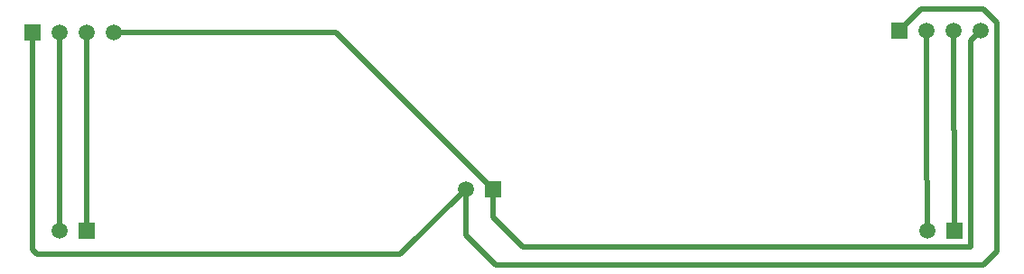
<source format=gbl>
G04 Layer_Physical_Order=2*
G04 Layer_Color=16711680*
%FSLAX25Y25*%
%MOIN*%
G70*
G01*
G75*
%ADD10C,0.01968*%
%ADD11C,0.05905*%
%ADD12R,0.05905X0.05905*%
D10*
X331000Y397500D02*
X389000Y339500D01*
X249000Y397500D02*
X331000D01*
X559000Y361500D02*
Y398000D01*
Y361500D02*
X559500Y361000D01*
Y324000D02*
Y361000D01*
X549000Y361500D02*
Y398000D01*
Y361500D02*
X549500Y324000D01*
X219000Y316900D02*
Y397500D01*
Y316900D02*
X220600Y315300D01*
X354800D01*
X379000Y339500D01*
X389000Y329000D02*
Y339500D01*
Y329000D02*
X400000Y318000D01*
X565500D01*
Y394500D01*
X569000Y398000D01*
X379000Y322400D02*
Y339500D01*
Y322400D02*
X390000Y311400D01*
X570000D01*
X575000Y316400D01*
Y400900D01*
X570000Y405900D02*
X575000Y400900D01*
X546900Y405900D02*
X570000D01*
X539000Y398000D02*
X546900Y405900D01*
X239000Y324000D02*
Y397500D01*
X229000Y324000D02*
Y397500D01*
D11*
X249000D02*
D03*
X239000D02*
D03*
X229000D02*
D03*
Y324000D02*
D03*
X549500D02*
D03*
X379000Y339500D02*
D03*
X569000Y398000D02*
D03*
X559000D02*
D03*
X549000D02*
D03*
D12*
X219000Y397500D02*
D03*
X239000Y324000D02*
D03*
X559500D02*
D03*
X389000Y339500D02*
D03*
X539000Y398000D02*
D03*
M02*

</source>
